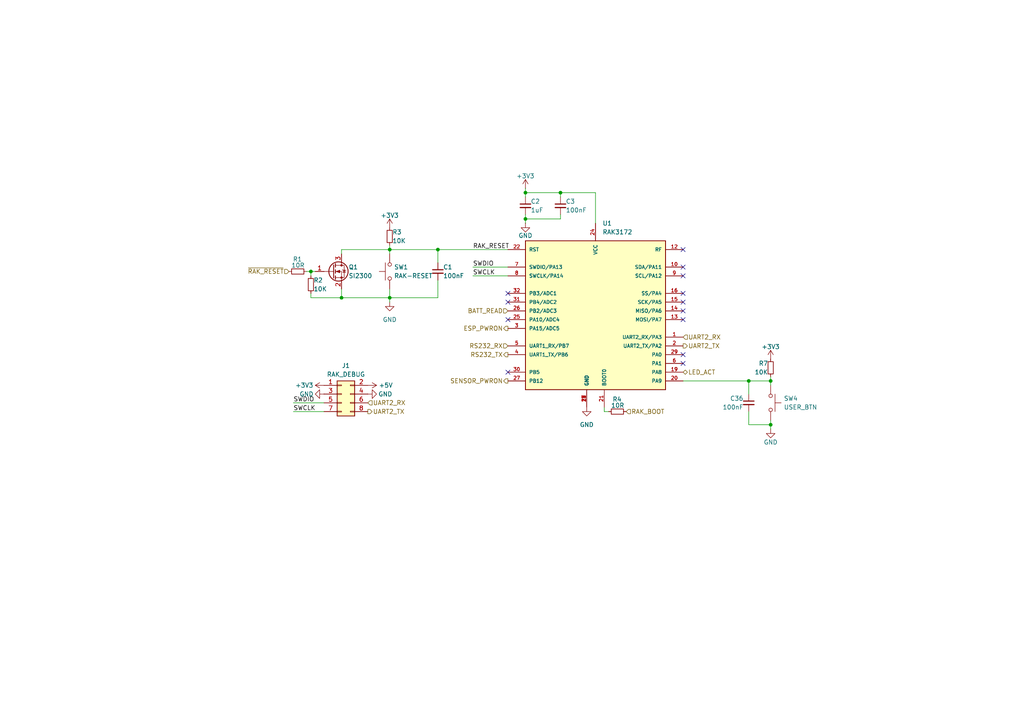
<source format=kicad_sch>
(kicad_sch (version 20231120) (generator "eeschema") (generator_version "8.0")
  (paper "A4")
  (lib_symbols
    (symbol "Connector_Generic:Conn_02x04_Odd_Even" (pin_names (offset 1.016) hide)
      (property "Reference" "J" (at 1.27 5.08 0))
      (property "Value" "Conn_02x04_Odd_Even" (at 1.27 -7.62 0))
      (symbol "Conn_02x04_Odd_Even_1_1"
        (rectangle (start -1.27 -4.953) (end 0 -5.207) (stroke (width 0.1524)))
        (rectangle (start -1.27 -2.413) (end 0 -2.667) (stroke (width 0.1524)))
        (rectangle (start -1.27 0.127) (end 0 -0.127) (stroke (width 0.1524)))
        (rectangle (start -1.27 2.667) (end 0 2.413) (stroke (width 0.1524)))
        (rectangle (start -1.27 3.81) (end 3.81 -6.35) (stroke (width 0.254)) (fill (type background)))
        (rectangle (start 3.81 -4.953) (end 2.54 -5.207) (stroke (width 0.1524)))
        (rectangle (start 3.81 -2.413) (end 2.54 -2.667) (stroke (width 0.1524)))
        (rectangle (start 3.81 0.127) (end 2.54 -0.127) (stroke (width 0.1524)))
        (rectangle (start 3.81 2.667) (end 2.54 2.413) (stroke (width 0.1524)))
        (pin passive line (at -5.08 2.54 0) (length 3.81) (name "Pin_1") (number "1"))
        (pin passive line (at 7.62 2.54 180) (length 3.81) (name "Pin_2") (number "2"))
        (pin passive line (at -5.08 0 0) (length 3.81) (name "Pin_3") (number "3"))
        (pin passive line (at 7.62 0 180) (length 3.81) (name "Pin_4") (number "4"))
        (pin passive line (at -5.08 -2.54 0) (length 3.81) (name "Pin_5") (number "5"))
        (pin passive line (at 7.62 -2.54 180) (length 3.81) (name "Pin_6") (number "6"))
        (pin passive line (at -5.08 -5.08 0) (length 3.81) (name "Pin_7") (number "7"))
        (pin passive line (at 7.62 -5.08 180) (length 3.81) (name "Pin_8") (number "8"))
      )
    )
    (symbol "Device:C_Small" (pin_numbers hide) (pin_names (offset 0.254) hide)
      (property "Reference" "C" (at 0.254 1.778 0))
      (property "Value" "C_Small" (at 0.254 -2.032 0))
      (symbol "C_Small_0_1"
        (polyline (pts (xy -1.524 -0.508) (xy 1.524 -0.508)) (stroke (width 0.3302)))
        (polyline (pts (xy -1.524 0.508) (xy 1.524 0.508)) (stroke (width 0.3048)))
      )
      (symbol "C_Small_1_1"
        (pin passive line (at 0 2.54 270) (length 2.032) (name "~") (number "1"))
        (pin passive line (at 0 -2.54 90) (length 2.032) (name "~") (number "2"))
      )
    )
    (symbol "Device:R_Small" (pin_numbers hide) (pin_names (offset 0.254) hide)
      (property "Reference" "R" (at 0.762 0.508 0))
      (property "Value" "R_Small" (at 0.762 -1.016 0))
      (symbol "R_Small_0_1"
        (rectangle (start -0.762 1.778) (end 0.762 -1.778) (stroke (width 0.2032)))
      )
      (symbol "R_Small_1_1"
        (pin passive line (at 0 2.54 270) (length 0.762) (name "~") (number "1"))
        (pin passive line (at 0 -2.54 90) (length 0.762) (name "~") (number "2"))
      )
    )
    (symbol "Libraries:RAK3172" (pin_names (offset 1.016))
      (property "Reference" "U" (at 0 0 0))
      (property "Value" "RAK3172" (at 0 0 0))
      (symbol "RAK3172_0_0"
        (rectangle (start 0 -2.54) (end 40.64 40.64) (stroke (width 0.254)) (fill (type background)))
        (pin bidirectional line (at 45.72 12.7 180) (length 5.08) (name "UART2_RX/PA3") (number "1"))
        (pin bidirectional line (at 45.72 33.02 180) (length 5.08) (name "SDA/PA11") (number "10"))
        (pin power_in line (at 17.78 -7.62 90) (length 5.08) (name "GND") (number "11"))
        (pin output line (at 45.72 38.1 180) (length 5.08) (name "RF") (number "12"))
        (pin bidirectional line (at 45.72 17.78 180) (length 5.08) (name "MOSI/PA7") (number "13"))
        (pin bidirectional line (at 45.72 20.32 180) (length 5.08) (name "MISO/PA6") (number "14"))
        (pin bidirectional line (at 45.72 22.86 180) (length 5.08) (name "SCK/PA5") (number "15"))
        (pin bidirectional line (at 45.72 25.4 180) (length 5.08) (name "SS/PA4") (number "16"))
        (pin power_in line (at 17.78 -7.62 90) (length 5.08) (name "GND") (number "17"))
        (pin power_in line (at 17.78 -7.62 90) (length 5.08) (name "GND") (number "18"))
        (pin bidirectional line (at 45.72 2.54 180) (length 5.08) (name "PA8") (number "19"))
        (pin bidirectional line (at 45.72 10.16 180) (length 5.08) (name "UART2_TX/PA2") (number "2"))
        (pin bidirectional line (at 45.72 0 180) (length 5.08) (name "PA9") (number "20"))
        (pin input line (at 22.86 -7.62 90) (length 5.08) (name "BOOT0") (number "21"))
        (pin input line (at -5.08 38.1 0) (length 5.08) (name "RST") (number "22"))
        (pin power_in line (at 17.78 -7.62 90) (length 5.08) (name "GND") (number "23"))
        (pin power_in line (at 20.32 45.72 270) (length 5.08) (name "VCC") (number "24"))
        (pin bidirectional line (at -5.08 17.78 0) (length 5.08) (name "PA10/ADC4") (number "25"))
        (pin bidirectional line (at -5.08 20.32 0) (length 5.08) (name "PB2/ADC3") (number "26"))
        (pin bidirectional line (at -5.08 0 0) (length 5.08) (name "PB12") (number "27"))
        (pin power_in line (at 17.78 -7.62 90) (length 5.08) (name "GND") (number "28"))
        (pin bidirectional line (at 45.72 7.62 180) (length 5.08) (name "PA0") (number "29"))
        (pin bidirectional line (at -5.08 15.24 0) (length 5.08) (name "PA15/ADC5") (number "3"))
        (pin bidirectional line (at -5.08 2.54 0) (length 5.08) (name "PB5") (number "30"))
        (pin bidirectional line (at -5.08 22.86 0) (length 5.08) (name "PB4/ADC2") (number "31"))
        (pin bidirectional line (at -5.08 25.4 0) (length 5.08) (name "PB3/ADC1") (number "32"))
        (pin bidirectional line (at -5.08 7.62 0) (length 5.08) (name "UART1_TX/PB6") (number "4"))
        (pin bidirectional line (at -5.08 10.16 0) (length 5.08) (name "UART1_RX/PB7") (number "5"))
        (pin bidirectional line (at 45.72 5.08 180) (length 5.08) (name "PA1") (number "6"))
        (pin bidirectional line (at -5.08 33.02 0) (length 5.08) (name "SWDIO/PA13") (number "7"))
        (pin bidirectional line (at -5.08 30.48 0) (length 5.08) (name "SWCLK/PA14") (number "8"))
        (pin bidirectional line (at 45.72 30.48 180) (length 5.08) (name "SCL/PA12") (number "9"))
      )
    )
    (symbol "Switch:SW_Push" (pin_numbers hide) (pin_names (offset 1.016) hide)
      (property "Reference" "SW" (at 1.27 2.54 0))
      (property "Value" "SW_Push" (at 0 -1.524 0))
      (symbol "SW_Push_0_1"
        (circle (center -2.032 0) (radius 0.508))
        (polyline (pts (xy 0 1.27) (xy 0 3.048)))
        (polyline (pts (xy 2.54 1.27) (xy -2.54 1.27)))
        (circle (center 2.032 0) (radius 0.508))
        (pin passive line (at -5.08 0 0) (length 2.54) (name "1") (number "1"))
        (pin passive line (at 5.08 0 180) (length 2.54) (name "2") (number "2"))
      )
    )
    (symbol "Transistor_FET:2N7002" (pin_names hide)
      (property "Reference" "Q" (at 5.08 1.905 0))
      (property "Value" "2N7002" (at 5.08 0 0))
      (symbol "2N7002_0_1"
        (polyline (pts (xy 0.254 0) (xy -2.54 0)))
        (polyline (pts (xy 0.254 1.905) (xy 0.254 -1.905)) (stroke (width 0.254)))
        (polyline (pts (xy 0.762 -1.27) (xy 0.762 -2.286)) (stroke (width 0.254)))
        (polyline (pts (xy 0.762 0.508) (xy 0.762 -0.508)) (stroke (width 0.254)))
        (polyline (pts (xy 0.762 2.286) (xy 0.762 1.27)) (stroke (width 0.254)))
        (polyline (pts (xy 2.54 2.54) (xy 2.54 1.778)))
        (polyline (pts (xy 2.54 -2.54) (xy 2.54 0) (xy 0.762 0)))
        (polyline (pts (xy 0.762 -1.778) (xy 3.302 -1.778) (xy 3.302 1.778) (xy 0.762 1.778)))
        (polyline (pts (xy 1.016 0) (xy 2.032 0.381) (xy 2.032 -0.381) (xy 1.016 0)) (fill (type outline)))
        (polyline (pts (xy 2.794 0.508) (xy 2.921 0.381) (xy 3.683 0.381) (xy 3.81 0.254)))
        (polyline (pts (xy 3.302 0.381) (xy 2.921 -0.254) (xy 3.683 -0.254) (xy 3.302 0.381)))
        (circle (center 1.651 0) (radius 2.794) (stroke (width 0.254)))
        (circle (center 2.54 -1.778) (radius 0.254) (fill (type outline)))
        (circle (center 2.54 1.778) (radius 0.254) (fill (type outline)))
      )
      (symbol "2N7002_1_1"
        (pin input line (at -5.08 0 0) (length 2.54) (name "G") (number "1"))
        (pin passive line (at 2.54 -5.08 90) (length 2.54) (name "S") (number "2"))
        (pin passive line (at 2.54 5.08 270) (length 2.54) (name "D") (number "3"))
      )
    )
    (symbol "power:+3V3" (power) (pin_numbers hide) (pin_names (offset 0) hide)
      (property "Value" "+3V3" (at 0 3.556 0))
      (symbol "+3V3_0_1"
        (polyline (pts (xy -0.762 1.27) (xy 0 2.54)))
        (polyline (pts (xy 0 0) (xy 0 2.54)))
        (polyline (pts (xy 0 2.54) (xy 0.762 1.27)))
      )
      (symbol "+3V3_1_1"
        (pin power_in line (at 0 0 90) (length 0) (name "~") (number "1"))
      )
    )
    (symbol "power:+5V" (power) (pin_names (offset 0))
      (property "Value" "+5V" (at 0 3.556 0))
      (symbol "+5V_0_1"
        (polyline (pts (xy -0.762 1.27) (xy 0 2.54)))
        (polyline (pts (xy 0 0) (xy 0 2.54)))
        (polyline (pts (xy 0 2.54) (xy 0.762 1.27)))
      )
      (symbol "+5V_1_1"
        (pin power_in line (at 0 0 90) (length 0) hide (name "+5V") (number "1"))
      )
    )
    (symbol "power:GND" (power) (pin_numbers hide) (pin_names (offset 0) hide)
      (property "Value" "GND" (at 0 -3.81 0))
      (symbol "GND_0_1"
        (polyline (pts (xy 0 0) (xy 0 -1.27) (xy 1.27 -1.27) (xy 0 -2.54) (xy -1.27 -1.27) (xy 0 -1.27)))
      )
      (symbol "GND_1_1"
        (pin power_in line (at 0 0 270) (length 0) (name "~") (number "1"))
      )
    )
  )
  (junction (at 90.17 78.74))
  (junction (at 162.56 55.88))
  (junction (at 217.17 110.49))
  (junction (at 223.52 110.49))
  (junction (at 223.52 123.19))
  (junction (at 152.4 63.5))
  (junction (at 127 72.39))
  (junction (at 99.06 86.36))
  (junction (at 113.03 72.39))
  (junction (at 152.4 55.88))
  (junction (at 113.03 86.36))
  (no_connect (at 198.12 90.17))
  (no_connect (at 198.12 102.87))
  (no_connect (at 147.32 107.95))
  (no_connect (at 198.12 92.71))
  (no_connect (at 198.12 80.01))
  (no_connect (at 198.12 105.41))
  (no_connect (at 147.32 85.09))
  (no_connect (at 147.32 92.71))
  (no_connect (at 198.12 77.47))
  (no_connect (at 147.32 87.63))
  (no_connect (at 198.12 72.39))
  (no_connect (at 198.12 85.09))
  (no_connect (at 198.12 87.63))
  (wire (pts (xy 223.52 123.19) (xy 217.17 123.19)))
  (wire (pts (xy 172.72 55.88) (xy 162.56 55.88)))
  (wire (pts (xy 152.4 62.23) (xy 152.4 63.5)))
  (wire (pts (xy 99.06 72.39) (xy 113.03 72.39)))
  (wire (pts (xy 99.06 86.36) (xy 113.03 86.36)))
  (wire (pts (xy 152.4 63.5) (xy 152.4 64.77)))
  (wire (pts (xy 88.9 78.74) (xy 90.17 78.74)))
  (wire (pts (xy 137.16 80.01) (xy 147.32 80.01)))
  (wire (pts (xy 223.52 109.22) (xy 223.52 110.49)))
  (wire (pts (xy 85.09 116.84) (xy 93.98 116.84)))
  (wire (pts (xy 223.52 111.76) (xy 223.52 110.49)))
  (wire (pts (xy 127 81.28) (xy 127 86.36)))
  (wire (pts (xy 223.52 110.49) (xy 217.17 110.49)))
  (wire (pts (xy 175.26 119.38) (xy 176.53 119.38)))
  (wire (pts (xy 113.03 86.36) (xy 127 86.36)))
  (wire (pts (xy 172.72 64.77) (xy 172.72 55.88)))
  (wire (pts (xy 152.4 63.5) (xy 162.56 63.5)))
  (wire (pts (xy 113.03 86.36) (xy 113.03 87.63)))
  (wire (pts (xy 113.03 83.82) (xy 113.03 86.36)))
  (wire (pts (xy 99.06 73.66) (xy 99.06 72.39)))
  (wire (pts (xy 99.06 83.82) (xy 99.06 86.36)))
  (wire (pts (xy 90.17 80.01) (xy 90.17 78.74)))
  (wire (pts (xy 223.52 123.19) (xy 223.52 124.46)))
  (wire (pts (xy 162.56 55.88) (xy 162.56 57.15)))
  (wire (pts (xy 113.03 71.12) (xy 113.03 72.39)))
  (wire (pts (xy 152.4 57.15) (xy 152.4 55.88)))
  (wire (pts (xy 152.4 55.88) (xy 162.56 55.88)))
  (wire (pts (xy 113.03 73.66) (xy 113.03 72.39)))
  (wire (pts (xy 217.17 110.49) (xy 217.17 114.3)))
  (wire (pts (xy 152.4 54.61) (xy 152.4 55.88)))
  (wire (pts (xy 137.16 77.47) (xy 147.32 77.47)))
  (wire (pts (xy 175.26 119.38) (xy 175.26 118.11)))
  (wire (pts (xy 162.56 63.5) (xy 162.56 62.23)))
  (wire (pts (xy 217.17 119.38) (xy 217.17 123.19)))
  (wire (pts (xy 85.09 119.38) (xy 93.98 119.38)))
  (wire (pts (xy 90.17 85.09) (xy 90.17 86.36)))
  (wire (pts (xy 90.17 78.74) (xy 91.44 78.74)))
  (wire (pts (xy 113.03 72.39) (xy 127 72.39)))
  (wire (pts (xy 223.52 121.92) (xy 223.52 123.19)))
  (wire (pts (xy 127 72.39) (xy 127 76.2)))
  (wire (pts (xy 90.17 86.36) (xy 99.06 86.36)))
  (wire (pts (xy 127 72.39) (xy 147.32 72.39)))
  (wire (pts (xy 198.12 110.49) (xy 217.17 110.49)))
  (label "SWCLK" (at 85.09 119.38 0))
  (label "SWCLK" (at 137.16 80.01 0))
  (label "SWDIO" (at 137.16 77.47 0))
  (label "SWDIO" (at 85.09 116.84 0))
  (label "RAK_RESET" (at 137.16 72.39 0))
  (hierarchical_label "UART2_RX" (shape input) (at 198.12 97.79 0))
  (hierarchical_label "ESP_PWRON" (shape output) (at 147.32 95.25 180))
  (hierarchical_label "UART2_TX" (shape output) (at 198.12 100.33 0))
  (hierarchical_label "~{RAK_RESET}" (shape input) (at 83.82 78.74 180))
  (hierarchical_label "LED_ACT" (shape bidirectional) (at 198.12 107.95 0))
  (hierarchical_label "SENSOR_PWRON" (shape output) (at 147.32 110.49 180))
  (hierarchical_label "UART2_TX" (shape output) (at 106.68 119.38 0))
  (hierarchical_label "RS232_TX" (shape output) (at 147.32 102.87 180))
  (hierarchical_label "RS232_RX" (shape input) (at 147.32 100.33 180))
  (hierarchical_label "RAK_BOOT" (shape input) (at 181.61 119.38 0))
  (hierarchical_label "BATT_READ" (shape input) (at 147.32 90.17 180))
  (hierarchical_label "UART2_RX" (shape input) (at 106.68 116.84 0))
  (symbol (lib_id "Switch:SW_Push") (at 113.03 78.74 90) (unit 1)
    (property "Reference" "SW1" (at 114.3 77.4699 90) (effects (justify right)))
    (property "Value" "RAK-RESET" (at 114.3 80.0099 90) (effects (justify right)))
    (property "Footprint" "Footprints:Switch_Tactile_6x6_Horizontal" (effects (hide yes)))
    (property "Description" "Push button switch, generic, two pins" (effects (hide yes)))
  )
  (symbol (lib_id "Connector_Generic:Conn_02x04_Odd_Even") (at 99.06 114.3 0) (unit 1)
    (property "Reference" "J1" (at 100.33 106.045 0))
    (property "Value" "RAK_DEBUG" (at 100.33 108.585 0))
    (property "Footprint" "Connector_PinHeader_2.54mm:PinHeader_2x04_P2.54mm_Vertical" (effects (hide yes)))
  )
  (symbol (lib_id "power:+3V3") (at 223.52 104.14 0) (mirror y) (unit 1)
    (property "Reference" "#PWR014" (effects (hide yes)))
    (property "Value" "+3V3" (at 223.52 100.584 0))
    (property "Description" "Power symbol creates a global label with name \"+3V3\"" (effects (hide yes)))
  )
  (symbol (lib_id "Switch:SW_Push") (at 223.52 116.84 270) (mirror x) (unit 1)
    (property "Reference" "SW4" (at 227.33 115.5699 90) (effects (justify left)))
    (property "Value" "USER_BTN" (at 227.33 118.1099 90) (effects (justify left)))
    (property "Footprint" "Footprints:Switch_Tactile_6x6_Horizontal" (effects (hide yes)))
    (property "Description" "Push button switch, generic, two pins" (effects (hide yes)))
  )
  (symbol (lib_id "Transistor_FET:2N7002") (at 96.52 78.74 0) (unit 1)
    (property "Reference" "Q1" (at 101.092 77.47 0) (effects (justify left)))
    (property "Value" "SI2300" (at 101.092 80.01 0) (effects (justify left)))
    (property "Footprint" "Footprints:SOT23-3" (effects (hide yes)))
    (property "Datasheet" "https://www.onsemi.com/pub/Collateral/NDS7002A-D.PDF" (effects (hide yes)))
    (property "Description" "0.115A Id, 60V Vds, N-Channel MOSFET, SOT-23" (effects (hide yes)))
  )
  (symbol (lib_id "Device:R_Small") (at 90.17 82.55 0) (unit 1)
    (property "Reference" "R2" (at 90.932 81.28 0) (effects (justify left)))
    (property "Value" "10K" (at 90.932 83.82 0) (effects (justify left)))
    (property "Footprint" "Footprints:R_0603" (effects (hide yes)))
    (property "Description" "Resistor, small symbol" (effects (hide yes)))
  )
  (symbol (lib_id "power:GND") (at 113.03 87.63 0) (unit 1)
    (property "Reference" "#PWR06" (effects (hide yes)))
    (property "Value" "GND" (at 113.03 92.71 0))
    (property "Description" "Power symbol creates a global label with name \"GND\" , ground" (effects (hide yes)))
  )
  (symbol (lib_id "power:+5V") (at 106.68 111.76 270) (unit 1)
    (property "Reference" "#PWR03" (effects (hide yes)))
    (property "Value" "+5V" (at 109.855 111.76 90) (effects (justify left)))
  )
  (symbol (lib_id "power:GND") (at 93.98 114.3 270) (unit 1)
    (property "Reference" "#PWR02" (effects (hide yes)))
    (property "Value" "GND" (at 88.9 114.3 90))
  )
  (symbol (lib_id "Device:C_Small") (at 127 78.74 0) (unit 1)
    (property "Reference" "C1" (at 128.524 77.47 0) (effects (justify left)))
    (property "Value" "100nF" (at 128.524 80.01 0) (effects (justify left)))
    (property "Footprint" "Footprints:C_0603" (effects (hide yes)))
    (property "Description" "Unpolarized capacitor, small symbol" (effects (hide yes)))
  )
  (symbol (lib_id "Device:R_Small") (at 86.36 78.74 90) (unit 1)
    (property "Reference" "R1" (at 87.63 75.184 90) (effects (justify left)))
    (property "Value" "10R" (at 88.392 76.962 90) (effects (justify left)))
    (property "Footprint" "Footprints:R_0603" (effects (hide yes)))
    (property "Description" "Resistor, small symbol" (effects (hide yes)))
  )
  (symbol (lib_id "power:GND") (at 152.4 64.77 0) (unit 1)
    (property "Reference" "#PWR08" (effects (hide yes)))
    (property "Value" "GND" (at 152.4 68.326 0))
    (property "Description" "Power symbol creates a global label with name \"GND\" , ground" (effects (hide yes)))
  )
  (symbol (lib_id "Device:C_Small") (at 152.4 59.69 0) (unit 1)
    (property "Reference" "C2" (at 153.924 58.42 0) (effects (justify left)))
    (property "Value" "1uF" (at 153.924 60.96 0) (effects (justify left)))
    (property "Footprint" "Footprints:C_0603" (effects (hide yes)))
    (property "Description" "Unpolarized capacitor, small symbol" (effects (hide yes)))
  )
  (symbol (lib_id "power:GND") (at 106.68 114.3 90) (unit 1)
    (property "Reference" "#PWR04" (effects (hide yes)))
    (property "Value" "GND" (at 111.76 114.3 90))
  )
  (symbol (lib_id "Device:R_Small") (at 223.52 106.68 0) (mirror y) (unit 1)
    (property "Reference" "R7" (at 222.758 105.41 0) (effects (justify left)))
    (property "Value" "10K" (at 222.758 107.95 0) (effects (justify left)))
    (property "Footprint" "Footprints:R_0603" (effects (hide yes)))
    (property "Description" "Resistor, small symbol" (effects (hide yes)))
  )
  (symbol (lib_id "Device:C_Small") (at 217.17 116.84 0) (mirror y) (unit 1)
    (property "Reference" "C36" (at 215.646 115.57 0) (effects (justify left)))
    (property "Value" "100nF" (at 215.646 118.11 0) (effects (justify left)))
    (property "Footprint" "Footprints:C_0603" (effects (hide yes)))
    (property "Description" "Unpolarized capacitor, small symbol" (effects (hide yes)))
  )
  (symbol (lib_id "power:GND") (at 223.52 124.46 0) (mirror y) (unit 1)
    (property "Reference" "#PWR018" (effects (hide yes)))
    (property "Value" "GND" (at 223.52 128.27 0))
    (property "Description" "Power symbol creates a global label with name \"GND\" , ground" (effects (hide yes)))
  )
  (symbol (lib_id "Device:R_Small") (at 179.07 119.38 90) (unit 1)
    (property "Reference" "R4" (at 180.34 115.824 90) (effects (justify left)))
    (property "Value" "10R" (at 181.102 117.602 90) (effects (justify left)))
    (property "Footprint" "Footprints:R_0603" (effects (hide yes)))
    (property "Description" "Resistor, small symbol" (effects (hide yes)))
  )
  (symbol (lib_id "power:+3V3") (at 93.98 111.76 90) (unit 1)
    (property "Reference" "#PWR01" (effects (hide yes)))
    (property "Value" "+3V3" (at 88.265 111.76 90))
  )
  (symbol (lib_id "Device:R_Small") (at 113.03 68.58 0) (unit 1)
    (property "Reference" "R3" (at 113.792 67.31 0) (effects (justify left)))
    (property "Value" "10K" (at 113.792 69.85 0) (effects (justify left)))
    (property "Footprint" "Footprints:R_0603" (effects (hide yes)))
    (property "Description" "Resistor, small symbol" (effects (hide yes)))
  )
  (symbol (lib_id "power:+3V3") (at 113.03 66.04 0) (unit 1)
    (property "Reference" "#PWR05" (effects (hide yes)))
    (property "Value" "+3V3" (at 113.03 62.484 0))
    (property "Description" "Power symbol creates a global label with name \"+3V3\"" (effects (hide yes)))
  )
  (symbol (lib_id "power:+3V3") (at 152.4 54.61 0) (unit 1)
    (property "Reference" "#PWR07" (effects (hide yes)))
    (property "Value" "+3V3" (at 152.4 51.054 0))
    (property "Description" "Power symbol creates a global label with name \"+3V3\"" (effects (hide yes)))
  )
  (symbol (lib_id "Libraries:RAK3172") (at 152.4 110.49 0) (unit 1)
    (property "Reference" "U1" (at 174.7394 64.77 0) (effects (justify left)))
    (property "Value" "RAK3172" (at 174.7394 67.31 0) (effects (justify left)))
    (property "Footprint" "Footprints:RAK3172" (effects (hide yes)))
    (property "MF" "Shenzhen RAKwireless Technology Co.,Ltd." (effects (hide yes)))
    (property "Description_1" "\nRAK3172 is a low-power long-range transceiver module based on the STM32WLE5CC chip. It provides an easy-to-use, small-size, low-power solution for long range wireless data applications\n" (effects (hide yes)))
    (property "Package" "Package" (effects (hide yes)))
    (property "Price" "None" (effects (hide yes)))
    (property "SnapEDA_Link" "https://www.snapeda.com/parts/RAK3172/Shenzhen+RAKwireless+Technology+Co.%252CLtd./view-part/?ref=snap" (effects (hide yes)))
    (property "MP" "RAK3172" (effects (hide yes)))
    (property "Availability" "Not in stock" (effects (hide yes)))
    (property "Check_prices" "https://www.snapeda.com/parts/RAK3172/Shenzhen+RAKwireless+Technology+Co.%252CLtd./view-part/?ref=eda" (effects (hide yes)))
  )
  (symbol (lib_id "power:GND") (at 170.18 118.11 0) (unit 1)
    (property "Reference" "#PWR09" (effects (hide yes)))
    (property "Value" "GND" (at 170.18 123.19 0))
    (property "Description" "Power symbol creates a global label with name \"GND\" , ground" (effects (hide yes)))
  )
  (symbol (lib_id "Device:C_Small") (at 162.56 59.69 0) (unit 1)
    (property "Reference" "C3" (at 164.084 58.42 0) (effects (justify left)))
    (property "Value" "100nF" (at 164.084 60.96 0) (effects (justify left)))
    (property "Footprint" "Footprints:C_0603" (effects (hide yes)))
    (property "Description" "Unpolarized capacitor, small symbol" (effects (hide yes)))
  )
)
</source>
